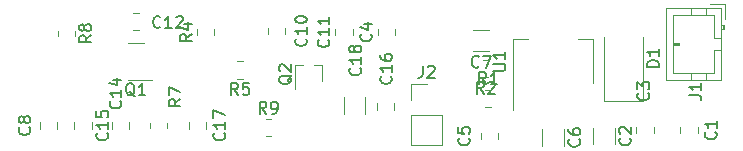
<source format=gto>
G04 #@! TF.GenerationSoftware,KiCad,Pcbnew,(6.0.4)*
G04 #@! TF.CreationDate,2022-04-05T13:55:54+02:00*
G04 #@! TF.ProjectId,Sonda_w_cz,536f6e64-615f-4775-9f63-7a2e6b696361,rev?*
G04 #@! TF.SameCoordinates,Original*
G04 #@! TF.FileFunction,Legend,Top*
G04 #@! TF.FilePolarity,Positive*
%FSLAX46Y46*%
G04 Gerber Fmt 4.6, Leading zero omitted, Abs format (unit mm)*
G04 Created by KiCad (PCBNEW (6.0.4)) date 2022-04-05 13:55:54*
%MOMM*%
%LPD*%
G01*
G04 APERTURE LIST*
%ADD10C,0.150000*%
%ADD11C,0.120000*%
G04 APERTURE END LIST*
D10*
G04 #@! TO.C,C7*
X98433333Y-98007142D02*
X98385714Y-98054761D01*
X98242857Y-98102380D01*
X98147619Y-98102380D01*
X98004761Y-98054761D01*
X97909523Y-97959523D01*
X97861904Y-97864285D01*
X97814285Y-97673809D01*
X97814285Y-97530952D01*
X97861904Y-97340476D01*
X97909523Y-97245238D01*
X98004761Y-97150000D01*
X98147619Y-97102380D01*
X98242857Y-97102380D01*
X98385714Y-97150000D01*
X98433333Y-97197619D01*
X98766666Y-97102380D02*
X99433333Y-97102380D01*
X99004761Y-98102380D01*
G04 #@! TO.C,R5*
X78033333Y-100402380D02*
X77700000Y-99926190D01*
X77461904Y-100402380D02*
X77461904Y-99402380D01*
X77842857Y-99402380D01*
X77938095Y-99450000D01*
X77985714Y-99497619D01*
X78033333Y-99592857D01*
X78033333Y-99735714D01*
X77985714Y-99830952D01*
X77938095Y-99878571D01*
X77842857Y-99926190D01*
X77461904Y-99926190D01*
X78938095Y-99402380D02*
X78461904Y-99402380D01*
X78414285Y-99878571D01*
X78461904Y-99830952D01*
X78557142Y-99783333D01*
X78795238Y-99783333D01*
X78890476Y-99830952D01*
X78938095Y-99878571D01*
X78985714Y-99973809D01*
X78985714Y-100211904D01*
X78938095Y-100307142D01*
X78890476Y-100354761D01*
X78795238Y-100402380D01*
X78557142Y-100402380D01*
X78461904Y-100354761D01*
X78414285Y-100307142D01*
G04 #@! TO.C,C11*
X85677142Y-95742857D02*
X85724761Y-95790476D01*
X85772380Y-95933333D01*
X85772380Y-96028571D01*
X85724761Y-96171428D01*
X85629523Y-96266666D01*
X85534285Y-96314285D01*
X85343809Y-96361904D01*
X85200952Y-96361904D01*
X85010476Y-96314285D01*
X84915238Y-96266666D01*
X84820000Y-96171428D01*
X84772380Y-96028571D01*
X84772380Y-95933333D01*
X84820000Y-95790476D01*
X84867619Y-95742857D01*
X85772380Y-94790476D02*
X85772380Y-95361904D01*
X85772380Y-95076190D02*
X84772380Y-95076190D01*
X84915238Y-95171428D01*
X85010476Y-95266666D01*
X85058095Y-95361904D01*
X85772380Y-93838095D02*
X85772380Y-94409523D01*
X85772380Y-94123809D02*
X84772380Y-94123809D01*
X84915238Y-94219047D01*
X85010476Y-94314285D01*
X85058095Y-94409523D01*
G04 #@! TO.C,U1*
X99652380Y-98361904D02*
X100461904Y-98361904D01*
X100557142Y-98314285D01*
X100604761Y-98266666D01*
X100652380Y-98171428D01*
X100652380Y-97980952D01*
X100604761Y-97885714D01*
X100557142Y-97838095D01*
X100461904Y-97790476D01*
X99652380Y-97790476D01*
X100652380Y-96790476D02*
X100652380Y-97361904D01*
X100652380Y-97076190D02*
X99652380Y-97076190D01*
X99795238Y-97171428D01*
X99890476Y-97266666D01*
X99938095Y-97361904D01*
G04 #@! TO.C,C17*
X76857142Y-103642857D02*
X76904761Y-103690476D01*
X76952380Y-103833333D01*
X76952380Y-103928571D01*
X76904761Y-104071428D01*
X76809523Y-104166666D01*
X76714285Y-104214285D01*
X76523809Y-104261904D01*
X76380952Y-104261904D01*
X76190476Y-104214285D01*
X76095238Y-104166666D01*
X76000000Y-104071428D01*
X75952380Y-103928571D01*
X75952380Y-103833333D01*
X76000000Y-103690476D01*
X76047619Y-103642857D01*
X76952380Y-102690476D02*
X76952380Y-103261904D01*
X76952380Y-102976190D02*
X75952380Y-102976190D01*
X76095238Y-103071428D01*
X76190476Y-103166666D01*
X76238095Y-103261904D01*
X75952380Y-102357142D02*
X75952380Y-101690476D01*
X76952380Y-102119047D01*
G04 #@! TO.C,C8*
X60357142Y-103166666D02*
X60404761Y-103214285D01*
X60452380Y-103357142D01*
X60452380Y-103452380D01*
X60404761Y-103595238D01*
X60309523Y-103690476D01*
X60214285Y-103738095D01*
X60023809Y-103785714D01*
X59880952Y-103785714D01*
X59690476Y-103738095D01*
X59595238Y-103690476D01*
X59500000Y-103595238D01*
X59452380Y-103452380D01*
X59452380Y-103357142D01*
X59500000Y-103214285D01*
X59547619Y-103166666D01*
X59880952Y-102595238D02*
X59833333Y-102690476D01*
X59785714Y-102738095D01*
X59690476Y-102785714D01*
X59642857Y-102785714D01*
X59547619Y-102738095D01*
X59500000Y-102690476D01*
X59452380Y-102595238D01*
X59452380Y-102404761D01*
X59500000Y-102309523D01*
X59547619Y-102261904D01*
X59642857Y-102214285D01*
X59690476Y-102214285D01*
X59785714Y-102261904D01*
X59833333Y-102309523D01*
X59880952Y-102404761D01*
X59880952Y-102595238D01*
X59928571Y-102690476D01*
X59976190Y-102738095D01*
X60071428Y-102785714D01*
X60261904Y-102785714D01*
X60357142Y-102738095D01*
X60404761Y-102690476D01*
X60452380Y-102595238D01*
X60452380Y-102404761D01*
X60404761Y-102309523D01*
X60357142Y-102261904D01*
X60261904Y-102214285D01*
X60071428Y-102214285D01*
X59976190Y-102261904D01*
X59928571Y-102309523D01*
X59880952Y-102404761D01*
G04 #@! TO.C,R4*
X74102380Y-95266666D02*
X73626190Y-95600000D01*
X74102380Y-95838095D02*
X73102380Y-95838095D01*
X73102380Y-95457142D01*
X73150000Y-95361904D01*
X73197619Y-95314285D01*
X73292857Y-95266666D01*
X73435714Y-95266666D01*
X73530952Y-95314285D01*
X73578571Y-95361904D01*
X73626190Y-95457142D01*
X73626190Y-95838095D01*
X73435714Y-94409523D02*
X74102380Y-94409523D01*
X73054761Y-94647619D02*
X73769047Y-94885714D01*
X73769047Y-94266666D01*
G04 #@! TO.C,Q1*
X69284761Y-100527619D02*
X69189523Y-100480000D01*
X69094285Y-100384761D01*
X68951428Y-100241904D01*
X68856190Y-100194285D01*
X68760952Y-100194285D01*
X68808571Y-100432380D02*
X68713333Y-100384761D01*
X68618095Y-100289523D01*
X68570476Y-100099047D01*
X68570476Y-99765714D01*
X68618095Y-99575238D01*
X68713333Y-99480000D01*
X68808571Y-99432380D01*
X68999047Y-99432380D01*
X69094285Y-99480000D01*
X69189523Y-99575238D01*
X69237142Y-99765714D01*
X69237142Y-100099047D01*
X69189523Y-100289523D01*
X69094285Y-100384761D01*
X68999047Y-100432380D01*
X68808571Y-100432380D01*
X70189523Y-100432380D02*
X69618095Y-100432380D01*
X69903809Y-100432380D02*
X69903809Y-99432380D01*
X69808571Y-99575238D01*
X69713333Y-99670476D01*
X69618095Y-99718095D01*
G04 #@! TO.C,C1*
X118457142Y-103566666D02*
X118504761Y-103614285D01*
X118552380Y-103757142D01*
X118552380Y-103852380D01*
X118504761Y-103995238D01*
X118409523Y-104090476D01*
X118314285Y-104138095D01*
X118123809Y-104185714D01*
X117980952Y-104185714D01*
X117790476Y-104138095D01*
X117695238Y-104090476D01*
X117600000Y-103995238D01*
X117552380Y-103852380D01*
X117552380Y-103757142D01*
X117600000Y-103614285D01*
X117647619Y-103566666D01*
X118552380Y-102614285D02*
X118552380Y-103185714D01*
X118552380Y-102900000D02*
X117552380Y-102900000D01*
X117695238Y-102995238D01*
X117790476Y-103090476D01*
X117838095Y-103185714D01*
G04 #@! TO.C,C18*
X88357142Y-98142857D02*
X88404761Y-98190476D01*
X88452380Y-98333333D01*
X88452380Y-98428571D01*
X88404761Y-98571428D01*
X88309523Y-98666666D01*
X88214285Y-98714285D01*
X88023809Y-98761904D01*
X87880952Y-98761904D01*
X87690476Y-98714285D01*
X87595238Y-98666666D01*
X87500000Y-98571428D01*
X87452380Y-98428571D01*
X87452380Y-98333333D01*
X87500000Y-98190476D01*
X87547619Y-98142857D01*
X88452380Y-97190476D02*
X88452380Y-97761904D01*
X88452380Y-97476190D02*
X87452380Y-97476190D01*
X87595238Y-97571428D01*
X87690476Y-97666666D01*
X87738095Y-97761904D01*
X87880952Y-96619047D02*
X87833333Y-96714285D01*
X87785714Y-96761904D01*
X87690476Y-96809523D01*
X87642857Y-96809523D01*
X87547619Y-96761904D01*
X87500000Y-96714285D01*
X87452380Y-96619047D01*
X87452380Y-96428571D01*
X87500000Y-96333333D01*
X87547619Y-96285714D01*
X87642857Y-96238095D01*
X87690476Y-96238095D01*
X87785714Y-96285714D01*
X87833333Y-96333333D01*
X87880952Y-96428571D01*
X87880952Y-96619047D01*
X87928571Y-96714285D01*
X87976190Y-96761904D01*
X88071428Y-96809523D01*
X88261904Y-96809523D01*
X88357142Y-96761904D01*
X88404761Y-96714285D01*
X88452380Y-96619047D01*
X88452380Y-96428571D01*
X88404761Y-96333333D01*
X88357142Y-96285714D01*
X88261904Y-96238095D01*
X88071428Y-96238095D01*
X87976190Y-96285714D01*
X87928571Y-96333333D01*
X87880952Y-96428571D01*
G04 #@! TO.C,J2*
X93666666Y-97947380D02*
X93666666Y-98661666D01*
X93619047Y-98804523D01*
X93523809Y-98899761D01*
X93380952Y-98947380D01*
X93285714Y-98947380D01*
X94095238Y-98042619D02*
X94142857Y-97995000D01*
X94238095Y-97947380D01*
X94476190Y-97947380D01*
X94571428Y-97995000D01*
X94619047Y-98042619D01*
X94666666Y-98137857D01*
X94666666Y-98233095D01*
X94619047Y-98375952D01*
X94047619Y-98947380D01*
X94666666Y-98947380D01*
G04 #@! TO.C,C12*
X71457142Y-94657142D02*
X71409523Y-94704761D01*
X71266666Y-94752380D01*
X71171428Y-94752380D01*
X71028571Y-94704761D01*
X70933333Y-94609523D01*
X70885714Y-94514285D01*
X70838095Y-94323809D01*
X70838095Y-94180952D01*
X70885714Y-93990476D01*
X70933333Y-93895238D01*
X71028571Y-93800000D01*
X71171428Y-93752380D01*
X71266666Y-93752380D01*
X71409523Y-93800000D01*
X71457142Y-93847619D01*
X72409523Y-94752380D02*
X71838095Y-94752380D01*
X72123809Y-94752380D02*
X72123809Y-93752380D01*
X72028571Y-93895238D01*
X71933333Y-93990476D01*
X71838095Y-94038095D01*
X72790476Y-93847619D02*
X72838095Y-93800000D01*
X72933333Y-93752380D01*
X73171428Y-93752380D01*
X73266666Y-93800000D01*
X73314285Y-93847619D01*
X73361904Y-93942857D01*
X73361904Y-94038095D01*
X73314285Y-94180952D01*
X72742857Y-94752380D01*
X73361904Y-94752380D01*
G04 #@! TO.C,C5*
X97557142Y-104066666D02*
X97604761Y-104114285D01*
X97652380Y-104257142D01*
X97652380Y-104352380D01*
X97604761Y-104495238D01*
X97509523Y-104590476D01*
X97414285Y-104638095D01*
X97223809Y-104685714D01*
X97080952Y-104685714D01*
X96890476Y-104638095D01*
X96795238Y-104590476D01*
X96700000Y-104495238D01*
X96652380Y-104352380D01*
X96652380Y-104257142D01*
X96700000Y-104114285D01*
X96747619Y-104066666D01*
X96652380Y-103161904D02*
X96652380Y-103638095D01*
X97128571Y-103685714D01*
X97080952Y-103638095D01*
X97033333Y-103542857D01*
X97033333Y-103304761D01*
X97080952Y-103209523D01*
X97128571Y-103161904D01*
X97223809Y-103114285D01*
X97461904Y-103114285D01*
X97557142Y-103161904D01*
X97604761Y-103209523D01*
X97652380Y-103304761D01*
X97652380Y-103542857D01*
X97604761Y-103638095D01*
X97557142Y-103685714D01*
G04 #@! TO.C,C2*
X111207142Y-104066666D02*
X111254761Y-104114285D01*
X111302380Y-104257142D01*
X111302380Y-104352380D01*
X111254761Y-104495238D01*
X111159523Y-104590476D01*
X111064285Y-104638095D01*
X110873809Y-104685714D01*
X110730952Y-104685714D01*
X110540476Y-104638095D01*
X110445238Y-104590476D01*
X110350000Y-104495238D01*
X110302380Y-104352380D01*
X110302380Y-104257142D01*
X110350000Y-104114285D01*
X110397619Y-104066666D01*
X110397619Y-103685714D02*
X110350000Y-103638095D01*
X110302380Y-103542857D01*
X110302380Y-103304761D01*
X110350000Y-103209523D01*
X110397619Y-103161904D01*
X110492857Y-103114285D01*
X110588095Y-103114285D01*
X110730952Y-103161904D01*
X111302380Y-103733333D01*
X111302380Y-103114285D01*
G04 #@! TO.C,J1*
X116252380Y-100433333D02*
X116966666Y-100433333D01*
X117109523Y-100480952D01*
X117204761Y-100576190D01*
X117252380Y-100719047D01*
X117252380Y-100814285D01*
X117252380Y-99433333D02*
X117252380Y-100004761D01*
X117252380Y-99719047D02*
X116252380Y-99719047D01*
X116395238Y-99814285D01*
X116490476Y-99909523D01*
X116538095Y-100004761D01*
G04 #@! TO.C,C10*
X83757142Y-95642857D02*
X83804761Y-95690476D01*
X83852380Y-95833333D01*
X83852380Y-95928571D01*
X83804761Y-96071428D01*
X83709523Y-96166666D01*
X83614285Y-96214285D01*
X83423809Y-96261904D01*
X83280952Y-96261904D01*
X83090476Y-96214285D01*
X82995238Y-96166666D01*
X82900000Y-96071428D01*
X82852380Y-95928571D01*
X82852380Y-95833333D01*
X82900000Y-95690476D01*
X82947619Y-95642857D01*
X83852380Y-94690476D02*
X83852380Y-95261904D01*
X83852380Y-94976190D02*
X82852380Y-94976190D01*
X82995238Y-95071428D01*
X83090476Y-95166666D01*
X83138095Y-95261904D01*
X82852380Y-94071428D02*
X82852380Y-93976190D01*
X82900000Y-93880952D01*
X82947619Y-93833333D01*
X83042857Y-93785714D01*
X83233333Y-93738095D01*
X83471428Y-93738095D01*
X83661904Y-93785714D01*
X83757142Y-93833333D01*
X83804761Y-93880952D01*
X83852380Y-93976190D01*
X83852380Y-94071428D01*
X83804761Y-94166666D01*
X83757142Y-94214285D01*
X83661904Y-94261904D01*
X83471428Y-94309523D01*
X83233333Y-94309523D01*
X83042857Y-94261904D01*
X82947619Y-94214285D01*
X82900000Y-94166666D01*
X82852380Y-94071428D01*
G04 #@! TO.C,R2*
X98833333Y-100302380D02*
X98500000Y-99826190D01*
X98261904Y-100302380D02*
X98261904Y-99302380D01*
X98642857Y-99302380D01*
X98738095Y-99350000D01*
X98785714Y-99397619D01*
X98833333Y-99492857D01*
X98833333Y-99635714D01*
X98785714Y-99730952D01*
X98738095Y-99778571D01*
X98642857Y-99826190D01*
X98261904Y-99826190D01*
X99214285Y-99397619D02*
X99261904Y-99350000D01*
X99357142Y-99302380D01*
X99595238Y-99302380D01*
X99690476Y-99350000D01*
X99738095Y-99397619D01*
X99785714Y-99492857D01*
X99785714Y-99588095D01*
X99738095Y-99730952D01*
X99166666Y-100302380D01*
X99785714Y-100302380D01*
G04 #@! TO.C,C4*
X89277142Y-95266666D02*
X89324761Y-95314285D01*
X89372380Y-95457142D01*
X89372380Y-95552380D01*
X89324761Y-95695238D01*
X89229523Y-95790476D01*
X89134285Y-95838095D01*
X88943809Y-95885714D01*
X88800952Y-95885714D01*
X88610476Y-95838095D01*
X88515238Y-95790476D01*
X88420000Y-95695238D01*
X88372380Y-95552380D01*
X88372380Y-95457142D01*
X88420000Y-95314285D01*
X88467619Y-95266666D01*
X88705714Y-94409523D02*
X89372380Y-94409523D01*
X88324761Y-94647619D02*
X89039047Y-94885714D01*
X89039047Y-94266666D01*
G04 #@! TO.C,R8*
X65602380Y-95366666D02*
X65126190Y-95700000D01*
X65602380Y-95938095D02*
X64602380Y-95938095D01*
X64602380Y-95557142D01*
X64650000Y-95461904D01*
X64697619Y-95414285D01*
X64792857Y-95366666D01*
X64935714Y-95366666D01*
X65030952Y-95414285D01*
X65078571Y-95461904D01*
X65126190Y-95557142D01*
X65126190Y-95938095D01*
X65030952Y-94795238D02*
X64983333Y-94890476D01*
X64935714Y-94938095D01*
X64840476Y-94985714D01*
X64792857Y-94985714D01*
X64697619Y-94938095D01*
X64650000Y-94890476D01*
X64602380Y-94795238D01*
X64602380Y-94604761D01*
X64650000Y-94509523D01*
X64697619Y-94461904D01*
X64792857Y-94414285D01*
X64840476Y-94414285D01*
X64935714Y-94461904D01*
X64983333Y-94509523D01*
X65030952Y-94604761D01*
X65030952Y-94795238D01*
X65078571Y-94890476D01*
X65126190Y-94938095D01*
X65221428Y-94985714D01*
X65411904Y-94985714D01*
X65507142Y-94938095D01*
X65554761Y-94890476D01*
X65602380Y-94795238D01*
X65602380Y-94604761D01*
X65554761Y-94509523D01*
X65507142Y-94461904D01*
X65411904Y-94414285D01*
X65221428Y-94414285D01*
X65126190Y-94461904D01*
X65078571Y-94509523D01*
X65030952Y-94604761D01*
G04 #@! TO.C,R9*
X80433333Y-102002380D02*
X80100000Y-101526190D01*
X79861904Y-102002380D02*
X79861904Y-101002380D01*
X80242857Y-101002380D01*
X80338095Y-101050000D01*
X80385714Y-101097619D01*
X80433333Y-101192857D01*
X80433333Y-101335714D01*
X80385714Y-101430952D01*
X80338095Y-101478571D01*
X80242857Y-101526190D01*
X79861904Y-101526190D01*
X80909523Y-102002380D02*
X81100000Y-102002380D01*
X81195238Y-101954761D01*
X81242857Y-101907142D01*
X81338095Y-101764285D01*
X81385714Y-101573809D01*
X81385714Y-101192857D01*
X81338095Y-101097619D01*
X81290476Y-101050000D01*
X81195238Y-101002380D01*
X81004761Y-101002380D01*
X80909523Y-101050000D01*
X80861904Y-101097619D01*
X80814285Y-101192857D01*
X80814285Y-101430952D01*
X80861904Y-101526190D01*
X80909523Y-101573809D01*
X81004761Y-101621428D01*
X81195238Y-101621428D01*
X81290476Y-101573809D01*
X81338095Y-101526190D01*
X81385714Y-101430952D01*
G04 #@! TO.C,R1*
X99033333Y-99502380D02*
X98700000Y-99026190D01*
X98461904Y-99502380D02*
X98461904Y-98502380D01*
X98842857Y-98502380D01*
X98938095Y-98550000D01*
X98985714Y-98597619D01*
X99033333Y-98692857D01*
X99033333Y-98835714D01*
X98985714Y-98930952D01*
X98938095Y-98978571D01*
X98842857Y-99026190D01*
X98461904Y-99026190D01*
X99985714Y-99502380D02*
X99414285Y-99502380D01*
X99700000Y-99502380D02*
X99700000Y-98502380D01*
X99604761Y-98645238D01*
X99509523Y-98740476D01*
X99414285Y-98788095D01*
G04 #@! TO.C,C16*
X90957142Y-98842857D02*
X91004761Y-98890476D01*
X91052380Y-99033333D01*
X91052380Y-99128571D01*
X91004761Y-99271428D01*
X90909523Y-99366666D01*
X90814285Y-99414285D01*
X90623809Y-99461904D01*
X90480952Y-99461904D01*
X90290476Y-99414285D01*
X90195238Y-99366666D01*
X90100000Y-99271428D01*
X90052380Y-99128571D01*
X90052380Y-99033333D01*
X90100000Y-98890476D01*
X90147619Y-98842857D01*
X91052380Y-97890476D02*
X91052380Y-98461904D01*
X91052380Y-98176190D02*
X90052380Y-98176190D01*
X90195238Y-98271428D01*
X90290476Y-98366666D01*
X90338095Y-98461904D01*
X90052380Y-97033333D02*
X90052380Y-97223809D01*
X90100000Y-97319047D01*
X90147619Y-97366666D01*
X90290476Y-97461904D01*
X90480952Y-97509523D01*
X90861904Y-97509523D01*
X90957142Y-97461904D01*
X91004761Y-97414285D01*
X91052380Y-97319047D01*
X91052380Y-97128571D01*
X91004761Y-97033333D01*
X90957142Y-96985714D01*
X90861904Y-96938095D01*
X90623809Y-96938095D01*
X90528571Y-96985714D01*
X90480952Y-97033333D01*
X90433333Y-97128571D01*
X90433333Y-97319047D01*
X90480952Y-97414285D01*
X90528571Y-97461904D01*
X90623809Y-97509523D01*
G04 #@! TO.C,C14*
X68057142Y-100942857D02*
X68104761Y-100990476D01*
X68152380Y-101133333D01*
X68152380Y-101228571D01*
X68104761Y-101371428D01*
X68009523Y-101466666D01*
X67914285Y-101514285D01*
X67723809Y-101561904D01*
X67580952Y-101561904D01*
X67390476Y-101514285D01*
X67295238Y-101466666D01*
X67200000Y-101371428D01*
X67152380Y-101228571D01*
X67152380Y-101133333D01*
X67200000Y-100990476D01*
X67247619Y-100942857D01*
X68152380Y-99990476D02*
X68152380Y-100561904D01*
X68152380Y-100276190D02*
X67152380Y-100276190D01*
X67295238Y-100371428D01*
X67390476Y-100466666D01*
X67438095Y-100561904D01*
X67485714Y-99133333D02*
X68152380Y-99133333D01*
X67104761Y-99371428D02*
X67819047Y-99609523D01*
X67819047Y-98990476D01*
G04 #@! TO.C,R7*
X73152380Y-100766666D02*
X72676190Y-101100000D01*
X73152380Y-101338095D02*
X72152380Y-101338095D01*
X72152380Y-100957142D01*
X72200000Y-100861904D01*
X72247619Y-100814285D01*
X72342857Y-100766666D01*
X72485714Y-100766666D01*
X72580952Y-100814285D01*
X72628571Y-100861904D01*
X72676190Y-100957142D01*
X72676190Y-101338095D01*
X72152380Y-100433333D02*
X72152380Y-99766666D01*
X73152380Y-100195238D01*
G04 #@! TO.C,C6*
X106907142Y-104166666D02*
X106954761Y-104214285D01*
X107002380Y-104357142D01*
X107002380Y-104452380D01*
X106954761Y-104595238D01*
X106859523Y-104690476D01*
X106764285Y-104738095D01*
X106573809Y-104785714D01*
X106430952Y-104785714D01*
X106240476Y-104738095D01*
X106145238Y-104690476D01*
X106050000Y-104595238D01*
X106002380Y-104452380D01*
X106002380Y-104357142D01*
X106050000Y-104214285D01*
X106097619Y-104166666D01*
X106002380Y-103309523D02*
X106002380Y-103500000D01*
X106050000Y-103595238D01*
X106097619Y-103642857D01*
X106240476Y-103738095D01*
X106430952Y-103785714D01*
X106811904Y-103785714D01*
X106907142Y-103738095D01*
X106954761Y-103690476D01*
X107002380Y-103595238D01*
X107002380Y-103404761D01*
X106954761Y-103309523D01*
X106907142Y-103261904D01*
X106811904Y-103214285D01*
X106573809Y-103214285D01*
X106478571Y-103261904D01*
X106430952Y-103309523D01*
X106383333Y-103404761D01*
X106383333Y-103595238D01*
X106430952Y-103690476D01*
X106478571Y-103738095D01*
X106573809Y-103785714D01*
G04 #@! TO.C,C15*
X66937142Y-103642857D02*
X66984761Y-103690476D01*
X67032380Y-103833333D01*
X67032380Y-103928571D01*
X66984761Y-104071428D01*
X66889523Y-104166666D01*
X66794285Y-104214285D01*
X66603809Y-104261904D01*
X66460952Y-104261904D01*
X66270476Y-104214285D01*
X66175238Y-104166666D01*
X66080000Y-104071428D01*
X66032380Y-103928571D01*
X66032380Y-103833333D01*
X66080000Y-103690476D01*
X66127619Y-103642857D01*
X67032380Y-102690476D02*
X67032380Y-103261904D01*
X67032380Y-102976190D02*
X66032380Y-102976190D01*
X66175238Y-103071428D01*
X66270476Y-103166666D01*
X66318095Y-103261904D01*
X66032380Y-101785714D02*
X66032380Y-102261904D01*
X66508571Y-102309523D01*
X66460952Y-102261904D01*
X66413333Y-102166666D01*
X66413333Y-101928571D01*
X66460952Y-101833333D01*
X66508571Y-101785714D01*
X66603809Y-101738095D01*
X66841904Y-101738095D01*
X66937142Y-101785714D01*
X66984761Y-101833333D01*
X67032380Y-101928571D01*
X67032380Y-102166666D01*
X66984761Y-102261904D01*
X66937142Y-102309523D01*
G04 #@! TO.C,C3*
X112757142Y-100266666D02*
X112804761Y-100314285D01*
X112852380Y-100457142D01*
X112852380Y-100552380D01*
X112804761Y-100695238D01*
X112709523Y-100790476D01*
X112614285Y-100838095D01*
X112423809Y-100885714D01*
X112280952Y-100885714D01*
X112090476Y-100838095D01*
X111995238Y-100790476D01*
X111900000Y-100695238D01*
X111852380Y-100552380D01*
X111852380Y-100457142D01*
X111900000Y-100314285D01*
X111947619Y-100266666D01*
X111852380Y-99933333D02*
X111852380Y-99314285D01*
X112233333Y-99647619D01*
X112233333Y-99504761D01*
X112280952Y-99409523D01*
X112328571Y-99361904D01*
X112423809Y-99314285D01*
X112661904Y-99314285D01*
X112757142Y-99361904D01*
X112804761Y-99409523D01*
X112852380Y-99504761D01*
X112852380Y-99790476D01*
X112804761Y-99885714D01*
X112757142Y-99933333D01*
G04 #@! TO.C,Q2*
X82597619Y-98745238D02*
X82550000Y-98840476D01*
X82454761Y-98935714D01*
X82311904Y-99078571D01*
X82264285Y-99173809D01*
X82264285Y-99269047D01*
X82502380Y-99221428D02*
X82454761Y-99316666D01*
X82359523Y-99411904D01*
X82169047Y-99459523D01*
X81835714Y-99459523D01*
X81645238Y-99411904D01*
X81550000Y-99316666D01*
X81502380Y-99221428D01*
X81502380Y-99030952D01*
X81550000Y-98935714D01*
X81645238Y-98840476D01*
X81835714Y-98792857D01*
X82169047Y-98792857D01*
X82359523Y-98840476D01*
X82454761Y-98935714D01*
X82502380Y-99030952D01*
X82502380Y-99221428D01*
X81597619Y-98411904D02*
X81550000Y-98364285D01*
X81502380Y-98269047D01*
X81502380Y-98030952D01*
X81550000Y-97935714D01*
X81597619Y-97888095D01*
X81692857Y-97840476D01*
X81788095Y-97840476D01*
X81930952Y-97888095D01*
X82502380Y-98459523D01*
X82502380Y-97840476D01*
G04 #@! TO.C,D1*
X113652380Y-98038095D02*
X112652380Y-98038095D01*
X112652380Y-97800000D01*
X112700000Y-97657142D01*
X112795238Y-97561904D01*
X112890476Y-97514285D01*
X113080952Y-97466666D01*
X113223809Y-97466666D01*
X113414285Y-97514285D01*
X113509523Y-97561904D01*
X113604761Y-97657142D01*
X113652380Y-97800000D01*
X113652380Y-98038095D01*
X113652380Y-96514285D02*
X113652380Y-97085714D01*
X113652380Y-96800000D02*
X112652380Y-96800000D01*
X112795238Y-96895238D01*
X112890476Y-96990476D01*
X112938095Y-97085714D01*
D11*
G04 #@! TO.C,C7*
X99311252Y-96710000D02*
X97888748Y-96710000D01*
X99311252Y-94890000D02*
X97888748Y-94890000D01*
G04 #@! TO.C,R5*
X78427064Y-99035000D02*
X77972936Y-99035000D01*
X78427064Y-97565000D02*
X77972936Y-97565000D01*
G04 #@! TO.C,C11*
X87735000Y-95361252D02*
X87735000Y-94838748D01*
X86265000Y-95361252D02*
X86265000Y-94838748D01*
G04 #@! TO.C,U1*
X108110000Y-99450000D02*
X108110000Y-95690000D01*
X108110000Y-95690000D02*
X106850000Y-95690000D01*
X101290000Y-95690000D02*
X102550000Y-95690000D01*
X101290000Y-101700000D02*
X101290000Y-95690000D01*
G04 #@! TO.C,C17*
X73865000Y-102738748D02*
X73865000Y-103261252D01*
X75335000Y-102738748D02*
X75335000Y-103261252D01*
G04 #@! TO.C,C8*
X62735000Y-102738748D02*
X62735000Y-103261252D01*
X61265000Y-102738748D02*
X61265000Y-103261252D01*
G04 #@! TO.C,R4*
X76035000Y-95327064D02*
X76035000Y-94872936D01*
X74565000Y-95327064D02*
X74565000Y-94872936D01*
G04 #@! TO.C,Q1*
X70050000Y-96040000D02*
X68750000Y-96040000D01*
X68750000Y-99160000D02*
X70750000Y-99160000D01*
G04 #@! TO.C,C1*
X116935000Y-103138748D02*
X116935000Y-103661252D01*
X115465000Y-103138748D02*
X115465000Y-103661252D01*
G04 #@! TO.C,C18*
X88810000Y-100588748D02*
X88810000Y-102011252D01*
X86990000Y-100588748D02*
X86990000Y-102011252D01*
G04 #@! TO.C,J2*
X95330000Y-102095000D02*
X95330000Y-104695000D01*
X92670000Y-102095000D02*
X92670000Y-104695000D01*
X92670000Y-104695000D02*
X95330000Y-104695000D01*
X92670000Y-99495000D02*
X94000000Y-99495000D01*
X92670000Y-102095000D02*
X95330000Y-102095000D01*
X92670000Y-100825000D02*
X92670000Y-99495000D01*
G04 #@! TO.C,C12*
X69661252Y-94935000D02*
X69138748Y-94935000D01*
X69661252Y-93465000D02*
X69138748Y-93465000D01*
G04 #@! TO.C,C5*
X98565000Y-103638748D02*
X98565000Y-104161252D01*
X100035000Y-103638748D02*
X100035000Y-104161252D01*
G04 #@! TO.C,C2*
X108090000Y-103188748D02*
X108090000Y-104611252D01*
X109910000Y-103188748D02*
X109910000Y-104611252D01*
G04 #@! TO.C,J1*
X119260000Y-93990000D02*
X119260000Y-92740000D01*
X118960000Y-99160000D02*
X118960000Y-93040000D01*
X119160000Y-94500000D02*
X118960000Y-94500000D01*
X119160000Y-94800000D02*
X119160000Y-94500000D01*
X118960000Y-94800000D02*
X119160000Y-94800000D01*
X117650000Y-93040000D02*
X117650000Y-93650000D01*
X117650000Y-99160000D02*
X117650000Y-98550000D01*
X114240000Y-93040000D02*
X114240000Y-99160000D01*
X115350000Y-96000000D02*
X115350000Y-96200000D01*
X118350000Y-98550000D02*
X118350000Y-96600000D01*
X115350000Y-96200000D02*
X114850000Y-96200000D01*
X114850000Y-96000000D02*
X115350000Y-96000000D01*
X118350000Y-93650000D02*
X114850000Y-93650000D01*
X114850000Y-98550000D02*
X118350000Y-98550000D01*
X116350000Y-99160000D02*
X116350000Y-98550000D01*
X114240000Y-99160000D02*
X118960000Y-99160000D01*
X118350000Y-95600000D02*
X118350000Y-93650000D01*
X116350000Y-93040000D02*
X116350000Y-93650000D01*
X119060000Y-94800000D02*
X119060000Y-94500000D01*
X114850000Y-96100000D02*
X115350000Y-96100000D01*
X118350000Y-96600000D02*
X118960000Y-96600000D01*
X119260000Y-92740000D02*
X118010000Y-92740000D01*
X118960000Y-95600000D02*
X118350000Y-95600000D01*
X114850000Y-93650000D02*
X114850000Y-98550000D01*
X118960000Y-93040000D02*
X114240000Y-93040000D01*
G04 #@! TO.C,C10*
X80565000Y-95261252D02*
X80565000Y-94738748D01*
X82035000Y-95261252D02*
X82035000Y-94738748D01*
G04 #@! TO.C,R2*
X99227064Y-97465000D02*
X98772936Y-97465000D01*
X99227064Y-98935000D02*
X98772936Y-98935000D01*
G04 #@! TO.C,C4*
X91335000Y-95361252D02*
X91335000Y-94838748D01*
X89865000Y-95361252D02*
X89865000Y-94838748D01*
G04 #@! TO.C,R8*
X62765000Y-94972936D02*
X62765000Y-95427064D01*
X64235000Y-94972936D02*
X64235000Y-95427064D01*
G04 #@! TO.C,R9*
X80372936Y-103935000D02*
X80827064Y-103935000D01*
X80372936Y-102465000D02*
X80827064Y-102465000D01*
G04 #@! TO.C,R1*
X98972936Y-99965000D02*
X99427064Y-99965000D01*
X98972936Y-101435000D02*
X99427064Y-101435000D01*
G04 #@! TO.C,C16*
X91235000Y-101138748D02*
X91235000Y-101661252D01*
X89765000Y-101138748D02*
X89765000Y-101661252D01*
G04 #@! TO.C,C14*
X68835000Y-102738748D02*
X68835000Y-103261252D01*
X67365000Y-102738748D02*
X67365000Y-103261252D01*
G04 #@! TO.C,R7*
X72035000Y-103227064D02*
X72035000Y-102772936D01*
X70565000Y-103227064D02*
X70565000Y-102772936D01*
G04 #@! TO.C,C6*
X103790000Y-103288748D02*
X103790000Y-104711252D01*
X105610000Y-103288748D02*
X105610000Y-104711252D01*
G04 #@! TO.C,C15*
X65635000Y-102738748D02*
X65635000Y-103261252D01*
X64165000Y-102738748D02*
X64165000Y-103261252D01*
G04 #@! TO.C,C3*
X111765000Y-103138748D02*
X111765000Y-103661252D01*
X113235000Y-103138748D02*
X113235000Y-103661252D01*
G04 #@! TO.C,Q2*
X82840000Y-97870000D02*
X83500000Y-97870000D01*
X85160000Y-99280000D02*
X85160000Y-97870000D01*
X84500000Y-97870000D02*
X85160000Y-97870000D01*
X82840000Y-97870000D02*
X82840000Y-99900000D01*
G04 #@! TO.C,D1*
X112350000Y-100900000D02*
X112350000Y-95500000D01*
X109050000Y-100900000D02*
X112350000Y-100900000D01*
X109050000Y-100900000D02*
X109050000Y-95500000D01*
G04 #@! TD*
M02*

</source>
